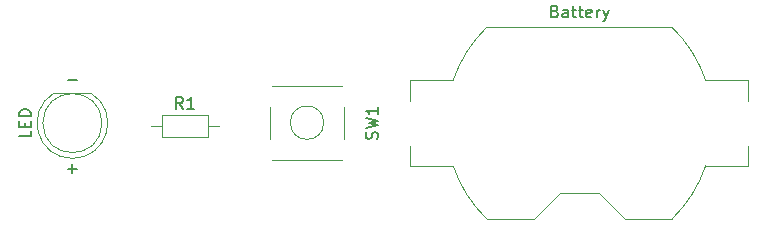
<source format=gto>
%TF.GenerationSoftware,KiCad,Pcbnew,(6.0.1-0)*%
%TF.CreationDate,2022-02-10T20:01:54-05:00*%
%TF.ProjectId,torch,746f7263-682e-46b6-9963-61645f706362,rev?*%
%TF.SameCoordinates,Original*%
%TF.FileFunction,Legend,Top*%
%TF.FilePolarity,Positive*%
%FSLAX46Y46*%
G04 Gerber Fmt 4.6, Leading zero omitted, Abs format (unit mm)*
G04 Created by KiCad (PCBNEW (6.0.1-0)) date 2022-02-10 20:01:54*
%MOMM*%
%LPD*%
G01*
G04 APERTURE LIST*
%ADD10C,0.150000*%
%ADD11C,0.120000*%
G04 APERTURE END LIST*
D10*
X124332585Y-80081428D02*
X125094490Y-80081428D01*
X124713538Y-80462380D02*
X124713538Y-79700476D01*
X124333047Y-72588428D02*
X125094952Y-72588428D01*
%TO.C,R1*%
X134072333Y-74986380D02*
X133739000Y-74510190D01*
X133500904Y-74986380D02*
X133500904Y-73986380D01*
X133881857Y-73986380D01*
X133977095Y-74034000D01*
X134024714Y-74081619D01*
X134072333Y-74176857D01*
X134072333Y-74319714D01*
X134024714Y-74414952D01*
X133977095Y-74462571D01*
X133881857Y-74510190D01*
X133500904Y-74510190D01*
X135024714Y-74986380D02*
X134453285Y-74986380D01*
X134739000Y-74986380D02*
X134739000Y-73986380D01*
X134643761Y-74129238D01*
X134548523Y-74224476D01*
X134453285Y-74272095D01*
%TO.C,SW1*%
X150518761Y-77533333D02*
X150566380Y-77390476D01*
X150566380Y-77152380D01*
X150518761Y-77057142D01*
X150471142Y-77009523D01*
X150375904Y-76961904D01*
X150280666Y-76961904D01*
X150185428Y-77009523D01*
X150137809Y-77057142D01*
X150090190Y-77152380D01*
X150042571Y-77342857D01*
X149994952Y-77438095D01*
X149947333Y-77485714D01*
X149852095Y-77533333D01*
X149756857Y-77533333D01*
X149661619Y-77485714D01*
X149614000Y-77438095D01*
X149566380Y-77342857D01*
X149566380Y-77104761D01*
X149614000Y-76961904D01*
X149566380Y-76628571D02*
X150566380Y-76390476D01*
X149852095Y-76200000D01*
X150566380Y-76009523D01*
X149566380Y-75771428D01*
X150566380Y-74866666D02*
X150566380Y-75438095D01*
X150566380Y-75152380D02*
X149566380Y-75152380D01*
X149709238Y-75247619D01*
X149804476Y-75342857D01*
X149852095Y-75438095D01*
%TO.C,BT1*%
X165568571Y-66730571D02*
X165711428Y-66778190D01*
X165759047Y-66825809D01*
X165806666Y-66921047D01*
X165806666Y-67063904D01*
X165759047Y-67159142D01*
X165711428Y-67206761D01*
X165616190Y-67254380D01*
X165235238Y-67254380D01*
X165235238Y-66254380D01*
X165568571Y-66254380D01*
X165663809Y-66302000D01*
X165711428Y-66349619D01*
X165759047Y-66444857D01*
X165759047Y-66540095D01*
X165711428Y-66635333D01*
X165663809Y-66682952D01*
X165568571Y-66730571D01*
X165235238Y-66730571D01*
X166663809Y-67254380D02*
X166663809Y-66730571D01*
X166616190Y-66635333D01*
X166520952Y-66587714D01*
X166330476Y-66587714D01*
X166235238Y-66635333D01*
X166663809Y-67206761D02*
X166568571Y-67254380D01*
X166330476Y-67254380D01*
X166235238Y-67206761D01*
X166187619Y-67111523D01*
X166187619Y-67016285D01*
X166235238Y-66921047D01*
X166330476Y-66873428D01*
X166568571Y-66873428D01*
X166663809Y-66825809D01*
X166997142Y-66587714D02*
X167378095Y-66587714D01*
X167140000Y-66254380D02*
X167140000Y-67111523D01*
X167187619Y-67206761D01*
X167282857Y-67254380D01*
X167378095Y-67254380D01*
X167568571Y-66587714D02*
X167949523Y-66587714D01*
X167711428Y-66254380D02*
X167711428Y-67111523D01*
X167759047Y-67206761D01*
X167854285Y-67254380D01*
X167949523Y-67254380D01*
X168663809Y-67206761D02*
X168568571Y-67254380D01*
X168378095Y-67254380D01*
X168282857Y-67206761D01*
X168235238Y-67111523D01*
X168235238Y-66730571D01*
X168282857Y-66635333D01*
X168378095Y-66587714D01*
X168568571Y-66587714D01*
X168663809Y-66635333D01*
X168711428Y-66730571D01*
X168711428Y-66825809D01*
X168235238Y-66921047D01*
X169140000Y-67254380D02*
X169140000Y-66587714D01*
X169140000Y-66778190D02*
X169187619Y-66682952D01*
X169235238Y-66635333D01*
X169330476Y-66587714D01*
X169425714Y-66587714D01*
X169663809Y-66587714D02*
X169901904Y-67254380D01*
X170140000Y-66587714D02*
X169901904Y-67254380D01*
X169806666Y-67492476D01*
X169759047Y-67540095D01*
X169663809Y-67587714D01*
%TO.C,D1*%
X121206380Y-76842857D02*
X121206380Y-77319047D01*
X120206380Y-77319047D01*
X120682571Y-76509523D02*
X120682571Y-76176190D01*
X121206380Y-76033333D02*
X121206380Y-76509523D01*
X120206380Y-76509523D01*
X120206380Y-76033333D01*
X121206380Y-75604761D02*
X120206380Y-75604761D01*
X120206380Y-75366666D01*
X120254000Y-75223809D01*
X120349238Y-75128571D01*
X120444476Y-75080952D01*
X120634952Y-75033333D01*
X120777809Y-75033333D01*
X120968285Y-75080952D01*
X121063523Y-75128571D01*
X121158761Y-75223809D01*
X121206380Y-75366666D01*
X121206380Y-75604761D01*
D11*
%TO.C,R1*%
X136159000Y-75534000D02*
X132319000Y-75534000D01*
X132319000Y-75534000D02*
X132319000Y-77374000D01*
X131369000Y-76454000D02*
X132319000Y-76454000D01*
X137109000Y-76454000D02*
X136159000Y-76454000D01*
X132319000Y-77374000D02*
X136159000Y-77374000D01*
X136159000Y-77374000D02*
X136159000Y-75534000D01*
%TO.C,SW1*%
X141608000Y-73044000D02*
X147548000Y-73044000D01*
X141458000Y-77504000D02*
X141458000Y-74824000D01*
X141608000Y-79284000D02*
X147548000Y-79284000D01*
X147698000Y-74824000D02*
X147698000Y-77504000D01*
X145992214Y-76164000D02*
G75*
G03*
X145992214Y-76164000I-1414214J0D01*
G01*
%TO.C,BT1*%
X153330000Y-72590000D02*
X156948000Y-72590000D01*
X153330000Y-74300000D02*
X153330000Y-72590000D01*
X153330000Y-78100000D02*
X153330000Y-79810000D01*
X156948000Y-79810000D02*
X153330000Y-79810000D01*
X159792700Y-68090000D02*
X175487300Y-68090000D01*
X181950000Y-78100000D02*
X181950000Y-79810000D01*
X165980000Y-82110000D02*
X163780000Y-84310000D01*
X178332000Y-72590000D02*
X181950000Y-72590000D01*
X169300000Y-82110000D02*
X165980000Y-82110000D01*
X169300000Y-82110000D02*
X171500000Y-84310000D01*
X181950000Y-74300000D02*
X181950000Y-72590000D01*
X181950000Y-79810000D02*
X178332000Y-79810000D01*
X163780000Y-84310000D02*
X159792700Y-84310000D01*
X175487300Y-84310000D02*
X171500000Y-84310000D01*
X175485371Y-84311789D02*
G75*
G03*
X178332000Y-79810000I-7845391J8111801D01*
G01*
X159794629Y-68088211D02*
G75*
G03*
X156948000Y-72590000I7845391J-8111801D01*
G01*
X178332000Y-72590000D02*
G75*
G03*
X175485371Y-68088211I-10691995J-3609996D01*
G01*
X156948000Y-79810000D02*
G75*
G03*
X159794629Y-84311789I10691995J3609996D01*
G01*
%TO.C,D1*%
X126259000Y-73640000D02*
X123169000Y-73640000D01*
X123169170Y-73640000D02*
G75*
G03*
X124714462Y-79190000I1544830J-2560000D01*
G01*
X124713538Y-79190000D02*
G75*
G03*
X126258830Y-73640000I462J2990000D01*
G01*
X127214000Y-76200000D02*
G75*
G03*
X127214000Y-76200000I-2500000J0D01*
G01*
%TD*%
M02*

</source>
